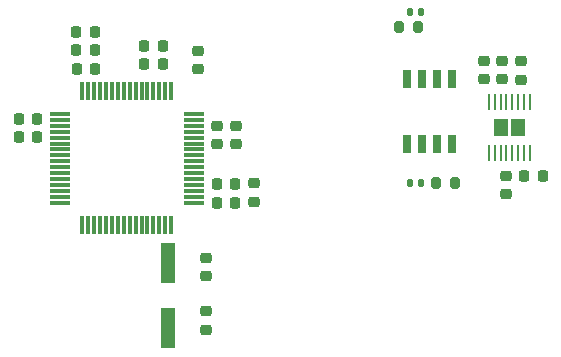
<source format=gbr>
%TF.GenerationSoftware,KiCad,Pcbnew,7.0.6*%
%TF.CreationDate,2024-02-20T00:48:49-05:00*%
%TF.ProjectId,AD7768_breakout,41443737-3638-45f6-9272-65616b6f7574,rev?*%
%TF.SameCoordinates,Original*%
%TF.FileFunction,Paste,Top*%
%TF.FilePolarity,Positive*%
%FSLAX46Y46*%
G04 Gerber Fmt 4.6, Leading zero omitted, Abs format (unit mm)*
G04 Created by KiCad (PCBNEW 7.0.6) date 2024-02-20 00:48:49*
%MOMM*%
%LPD*%
G01*
G04 APERTURE LIST*
G04 Aperture macros list*
%AMRoundRect*
0 Rectangle with rounded corners*
0 $1 Rounding radius*
0 $2 $3 $4 $5 $6 $7 $8 $9 X,Y pos of 4 corners*
0 Add a 4 corners polygon primitive as box body*
4,1,4,$2,$3,$4,$5,$6,$7,$8,$9,$2,$3,0*
0 Add four circle primitives for the rounded corners*
1,1,$1+$1,$2,$3*
1,1,$1+$1,$4,$5*
1,1,$1+$1,$6,$7*
1,1,$1+$1,$8,$9*
0 Add four rect primitives between the rounded corners*
20,1,$1+$1,$2,$3,$4,$5,0*
20,1,$1+$1,$4,$5,$6,$7,0*
20,1,$1+$1,$6,$7,$8,$9,0*
20,1,$1+$1,$8,$9,$2,$3,0*%
G04 Aperture macros list end*
%ADD10R,1.200000X3.500000*%
%ADD11RoundRect,0.225000X-0.225000X-0.250000X0.225000X-0.250000X0.225000X0.250000X-0.225000X0.250000X0*%
%ADD12RoundRect,0.225000X0.225000X0.250000X-0.225000X0.250000X-0.225000X-0.250000X0.225000X-0.250000X0*%
%ADD13RoundRect,0.225000X-0.250000X0.225000X-0.250000X-0.225000X0.250000X-0.225000X0.250000X0.225000X0*%
%ADD14RoundRect,0.200000X0.200000X0.275000X-0.200000X0.275000X-0.200000X-0.275000X0.200000X-0.275000X0*%
%ADD15RoundRect,0.147500X-0.147500X-0.172500X0.147500X-0.172500X0.147500X0.172500X-0.147500X0.172500X0*%
%ADD16RoundRect,0.225000X0.250000X-0.225000X0.250000X0.225000X-0.250000X0.225000X-0.250000X-0.225000X0*%
%ADD17R,0.279400X1.397000*%
%ADD18RoundRect,0.147500X0.147500X0.172500X-0.147500X0.172500X-0.147500X-0.172500X0.147500X-0.172500X0*%
%ADD19RoundRect,0.008400X-0.771600X-0.131600X0.771600X-0.131600X0.771600X0.131600X-0.771600X0.131600X0*%
%ADD20RoundRect,0.039200X-0.100800X-0.740800X0.100800X-0.740800X0.100800X0.740800X-0.100800X0.740800X0*%
%ADD21R,0.650000X1.526000*%
G04 APERTURE END LIST*
%TO.C,U2*%
G36*
X221172400Y-71514400D02*
G01*
X219950000Y-71514400D01*
X219950000Y-70063400D01*
X221172400Y-70063400D01*
X221172400Y-71514400D01*
G37*
G36*
X219750000Y-71514400D02*
G01*
X218527600Y-71514400D01*
X218527600Y-70063400D01*
X219750000Y-70063400D01*
X219750000Y-71514400D01*
G37*
%TD*%
D10*
%TO.C,Y1*%
X190925000Y-82250000D03*
X190925000Y-87750000D03*
%TD*%
D11*
%TO.C,C19*%
X221125000Y-74875000D03*
X222675000Y-74875000D03*
%TD*%
D12*
%TO.C,C14*%
X179850000Y-70050000D03*
X178300000Y-70050000D03*
%TD*%
%TO.C,C12*%
X184725000Y-64250000D03*
X183175000Y-64250000D03*
%TD*%
D13*
%TO.C,C22*%
X195125000Y-70675000D03*
X195125000Y-72225000D03*
%TD*%
D14*
%TO.C,R2*%
X215250000Y-75450000D03*
X213600000Y-75450000D03*
%TD*%
D12*
%TO.C,C21*%
X190500000Y-65450000D03*
X188950000Y-65450000D03*
%TD*%
D13*
%TO.C,C16*%
X198200000Y-75525000D03*
X198200000Y-77075000D03*
%TD*%
D15*
%TO.C,D1*%
X211415000Y-75450000D03*
X212385000Y-75450000D03*
%TD*%
D16*
%TO.C,C9*%
X194150000Y-83375000D03*
X194150000Y-81825000D03*
%TD*%
%TO.C,C2*%
X193475000Y-65825000D03*
X193475000Y-64275000D03*
%TD*%
D17*
%TO.C,U2*%
X221600002Y-68604500D03*
X221100000Y-68604500D03*
X220600001Y-68604500D03*
X220100000Y-68604500D03*
X219600000Y-68604500D03*
X219100002Y-68604500D03*
X218600000Y-68604500D03*
X218100001Y-68604500D03*
X218099998Y-72973300D03*
X218600000Y-72973300D03*
X219099999Y-72973300D03*
X219600000Y-72973300D03*
X220100000Y-72973300D03*
X220599998Y-72973300D03*
X221100000Y-72973300D03*
X221599999Y-72973300D03*
%TD*%
D14*
%TO.C,R3*%
X212150000Y-62300000D03*
X210500000Y-62300000D03*
%TD*%
D12*
%TO.C,C13*%
X184725000Y-62700000D03*
X183175000Y-62700000D03*
%TD*%
%TO.C,C5*%
X184750000Y-65850000D03*
X183200000Y-65850000D03*
%TD*%
%TO.C,C6*%
X190500000Y-63875000D03*
X188950000Y-63875000D03*
%TD*%
D16*
%TO.C,C18*%
X217675000Y-66725000D03*
X217675000Y-65175000D03*
%TD*%
D18*
%TO.C,D2*%
X212360000Y-61000000D03*
X211390000Y-61000000D03*
%TD*%
D19*
%TO.C,U1*%
X181770000Y-69650000D03*
X181770000Y-70150000D03*
X181770000Y-70650000D03*
X181770000Y-71150000D03*
X181770000Y-71650000D03*
X181770000Y-72150000D03*
X181770000Y-72650000D03*
X181770000Y-73150000D03*
X181770000Y-73650000D03*
X181770000Y-74150000D03*
X181770000Y-74650000D03*
X181770000Y-75150000D03*
X181770000Y-75650000D03*
X181770000Y-76150000D03*
X181770000Y-76650000D03*
X181770000Y-77150000D03*
D20*
X183700000Y-79080000D03*
X184200000Y-79080000D03*
X184700000Y-79080000D03*
X185200000Y-79080000D03*
X185700000Y-79080000D03*
X186200000Y-79080000D03*
X186700000Y-79080000D03*
X187200000Y-79080000D03*
X187700000Y-79080000D03*
X188200000Y-79080000D03*
X188700000Y-79080000D03*
X189200000Y-79080000D03*
X189700000Y-79080000D03*
X190200000Y-79080000D03*
X190700000Y-79080000D03*
X191200000Y-79080000D03*
D19*
X193130000Y-77150000D03*
X193130000Y-76650000D03*
X193130000Y-76150000D03*
X193130000Y-75650000D03*
X193130000Y-75150000D03*
X193130000Y-74650000D03*
X193130000Y-74150000D03*
X193130000Y-73650000D03*
X193130000Y-73150000D03*
X193130000Y-72650000D03*
X193130000Y-72150000D03*
X193130000Y-71650000D03*
X193130000Y-71150000D03*
X193130000Y-70650000D03*
X193130000Y-70150000D03*
X193130000Y-69650000D03*
D20*
X191200000Y-67720000D03*
X190700000Y-67720000D03*
X190200000Y-67720000D03*
X189700000Y-67720000D03*
X189200000Y-67720000D03*
X188700000Y-67720000D03*
X188200000Y-67720000D03*
X187700000Y-67720000D03*
X187200000Y-67720000D03*
X186700000Y-67720000D03*
X186200000Y-67720000D03*
X185700000Y-67720000D03*
X185200000Y-67720000D03*
X184700000Y-67720000D03*
X184200000Y-67720000D03*
X183700000Y-67720000D03*
%TD*%
D12*
%TO.C,C15*%
X179850000Y-71625000D03*
X178300000Y-71625000D03*
%TD*%
D11*
%TO.C,C1*%
X195075000Y-77150000D03*
X196625000Y-77150000D03*
%TD*%
D13*
%TO.C,C7*%
X196700000Y-70675000D03*
X196700000Y-72225000D03*
%TD*%
D16*
%TO.C,C4*%
X219250000Y-66725000D03*
X219250000Y-65175000D03*
%TD*%
D13*
%TO.C,C20*%
X219600000Y-74875000D03*
X219600000Y-76425000D03*
%TD*%
D16*
%TO.C,C3*%
X220800000Y-66750000D03*
X220800000Y-65200000D03*
%TD*%
D11*
%TO.C,C17*%
X195100000Y-75550000D03*
X196650000Y-75550000D03*
%TD*%
D21*
%TO.C,IC1*%
X211165000Y-72149000D03*
X212435000Y-72149000D03*
X213705000Y-72149000D03*
X214975000Y-72149000D03*
X214975000Y-66725000D03*
X213705000Y-66725000D03*
X212435000Y-66725000D03*
X211165000Y-66725000D03*
%TD*%
D13*
%TO.C,C8*%
X194200000Y-86350000D03*
X194200000Y-87900000D03*
%TD*%
M02*

</source>
